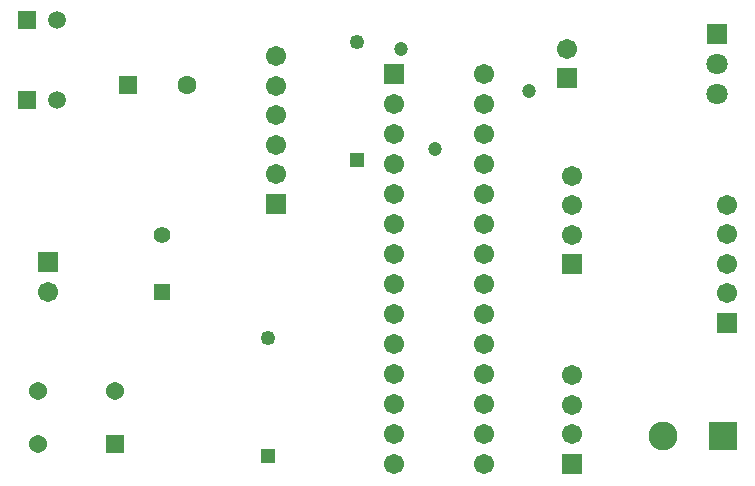
<source format=gbs>
G04*
G04 #@! TF.GenerationSoftware,Altium Limited,Altium Designer,23.0.1 (38)*
G04*
G04 Layer_Color=16711935*
%FSLAX25Y25*%
%MOIN*%
G70*
G04*
G04 #@! TF.SameCoordinates,3541F037-1E4E-4125-B444-BB1E2F39CCB3*
G04*
G04*
G04 #@! TF.FilePolarity,Negative*
G04*
G01*
G75*
%ADD16R,0.05918X0.05918*%
%ADD17C,0.05918*%
%ADD18R,0.05524X0.05524*%
%ADD19C,0.05524*%
%ADD20R,0.06737X0.06737*%
%ADD21C,0.06737*%
%ADD22C,0.07099*%
%ADD23R,0.07099X0.07099*%
%ADD24R,0.06063X0.06063*%
%ADD25C,0.06063*%
%ADD26R,0.09658X0.09658*%
%ADD27C,0.09658*%
%ADD28C,0.06706*%
%ADD29R,0.06706X0.06706*%
%ADD30C,0.04921*%
%ADD31R,0.04921X0.04921*%
%ADD32R,0.06312X0.06312*%
%ADD33C,0.06312*%
%ADD34C,0.04737*%
D16*
X31000Y171500D02*
D03*
Y145000D02*
D03*
D17*
X41000Y171500D02*
D03*
Y145000D02*
D03*
D18*
X76000Y80894D02*
D03*
D19*
Y100106D02*
D03*
D20*
X264500Y70658D02*
D03*
X212567Y23736D02*
D03*
Y90236D02*
D03*
X211000Y152158D02*
D03*
X114067Y110394D02*
D03*
X37933Y90921D02*
D03*
D21*
X264500Y80500D02*
D03*
Y90343D02*
D03*
Y100185D02*
D03*
Y110028D02*
D03*
X212567Y33579D02*
D03*
Y43421D02*
D03*
Y53264D02*
D03*
Y100079D02*
D03*
Y109921D02*
D03*
Y119764D02*
D03*
X211000Y162000D02*
D03*
X114067Y120236D02*
D03*
Y130079D02*
D03*
Y139921D02*
D03*
Y149764D02*
D03*
Y159606D02*
D03*
X37933Y81079D02*
D03*
D22*
X261000Y147000D02*
D03*
Y157000D02*
D03*
D23*
Y167000D02*
D03*
D24*
X60295Y30142D02*
D03*
D25*
Y47858D02*
D03*
X34705Y30142D02*
D03*
Y47858D02*
D03*
D26*
X263000Y33000D02*
D03*
D27*
X243000D02*
D03*
D28*
X183500Y23500D02*
D03*
Y33500D02*
D03*
Y43500D02*
D03*
Y53500D02*
D03*
Y63500D02*
D03*
Y73500D02*
D03*
Y83500D02*
D03*
Y93500D02*
D03*
Y103500D02*
D03*
Y113500D02*
D03*
Y123500D02*
D03*
Y133500D02*
D03*
Y143500D02*
D03*
Y153500D02*
D03*
X153500Y23500D02*
D03*
Y33500D02*
D03*
Y43500D02*
D03*
Y53500D02*
D03*
Y63500D02*
D03*
Y73500D02*
D03*
Y83500D02*
D03*
Y93500D02*
D03*
Y103500D02*
D03*
Y113500D02*
D03*
Y123500D02*
D03*
Y133500D02*
D03*
Y143500D02*
D03*
D29*
Y153500D02*
D03*
D30*
X141000Y164185D02*
D03*
X111500Y65685D02*
D03*
D31*
X141000Y124815D02*
D03*
X111500Y26315D02*
D03*
D32*
X64657Y150000D02*
D03*
D33*
X84343D02*
D03*
D34*
X167097Y128500D02*
D03*
X155800Y162000D02*
D03*
X198500Y148100D02*
D03*
M02*

</source>
